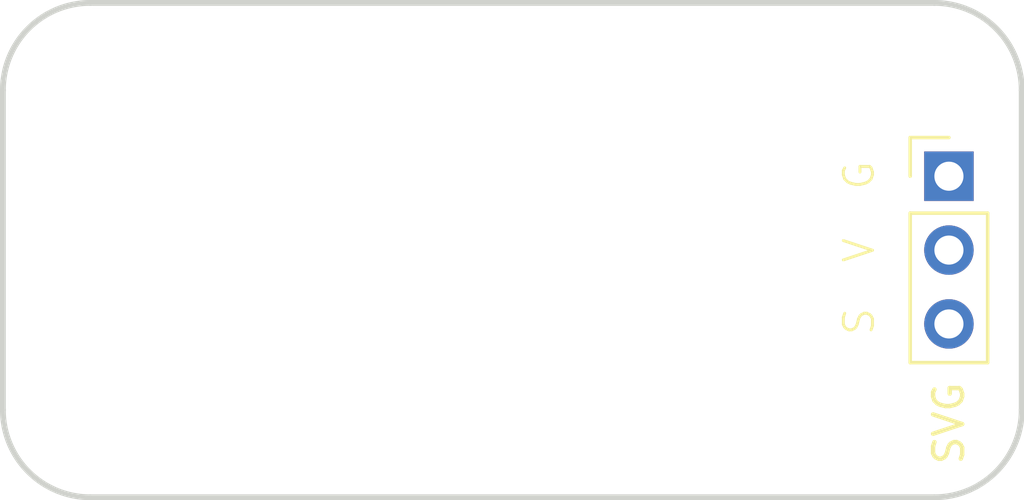
<source format=kicad_pcb>
(kicad_pcb (version 20240108) (generator "pcbnew") (generator_version "8.0")
  (title_block (title "BitMakeLab Component") (date "2024-05-14") (rev "1") (company "Think Create Learn"))
  (layers (0 "F.Cu" signal) (31 "B.Cu" signal) (34 "B.Paste" user) (35 "F.Paste" user) (36 "B.SilkS" user "B.Silkscreen") (37 "F.SilkS" user "F.Silkscreen") (38 "B.Mask" user) (39 "F.Mask" user) (44 "Edge.Cuts" user))
  (net 0 "")
  (net 1 "/GND")
  (net 2 "/3V3")
  (net 3 "/SIGNAL")
  (footprint "Connector_PinHeader_2.54mm:PinHeader_1x03_P2.54mm_Vertical" (layer "F.Cu") (at 129.5 52.96)
    (property "Reference" "SVG" (at 0 8.5 90) (layer "F.SilkS"))
    (property "Value" "Conn_01x03_Pin")
    (fp_line (start -1.33 -1.33) (end 0 -1.33) (stroke (width 0.12)) (layer "F.SilkS"))
    (fp_line (start -1.33 0) (end -1.33 -1.33) (stroke (width 0.12)) (layer "F.SilkS"))
    (fp_line (start -1.33 1.27) (end -1.33 6.41) (stroke (width 0.12)) (layer "F.SilkS"))
    (fp_line (start -1.33 1.27) (end 1.33 1.27) (stroke (width 0.12)) (layer "F.SilkS"))
    (fp_line (start -1.33 6.41) (end 1.33 6.41) (stroke (width 0.12)) (layer "F.SilkS"))
    (fp_line (start 1.33 1.27) (end 1.33 6.41) (stroke (width 0.12)) (layer "F.SilkS"))
    (pad "1" thru_hole rect (at 0 0) (size 1.7 1.7) (drill 1) (layers "*.Cu" "*.Mask") (net 1 "/GND"))
    (pad "2" thru_hole oval (at 0 2.54) (size 1.7 1.7) (drill 1) (layers "*.Cu" "*.Mask") (net 2 "/3V3"))
    (pad "3" thru_hole oval (at 0 5.08) (size 1.7 1.7) (drill 1) (layers "*.Cu" "*.Mask") (net 3 "/SIGNAL"))
  )
  (gr_line (start 97 50) (end 97 61) (stroke (width 0.2)) (layer "Edge.Cuts"))
  (gr_arc (start 97 50) (mid 97.87868 47.87868) (end 100 47) (stroke (width 0.2)) (layer "Edge.Cuts"))
  (gr_arc (start 132 61) (mid 131.12132 63.12132) (end 129 64) (stroke (width 0.2)) (layer "Edge.Cuts"))
  (gr_arc (start 100 64) (mid 97.87868 63.12132) (end 97 61) (stroke (width 0.2)) (layer "Edge.Cuts"))
  (gr_line (start 100 47) (end 129 47) (stroke (width 0.2)) (layer "Edge.Cuts"))
  (gr_line (start 132 50) (end 132 61) (stroke (width 0.2)) (layer "Edge.Cuts"))
  (gr_line (start 129 64) (end 100 64) (stroke (width 0.2)) (layer "Edge.Cuts"))
  (gr_arc (start 129 47) (mid 131.12132 47.87868) (end 132 50) (stroke (width 0.2)) (layer "Edge.Cuts"))
  (gr_text "G" (at 127 53.5 90) (layer "F.SilkS") (effects (font (size 1 1) (thickness 0.1)) (justify left bottom)))
  (gr_text "S" (at 127 58.5 90) (layer "F.SilkS") (effects (font (size 1 1) (thickness 0.1)) (justify left bottom)))
  (gr_text "V" (at 127 56 90) (layer "F.SilkS") (effects (font (size 1 1) (thickness 0.1)) (justify left bottom)))
)
</source>
